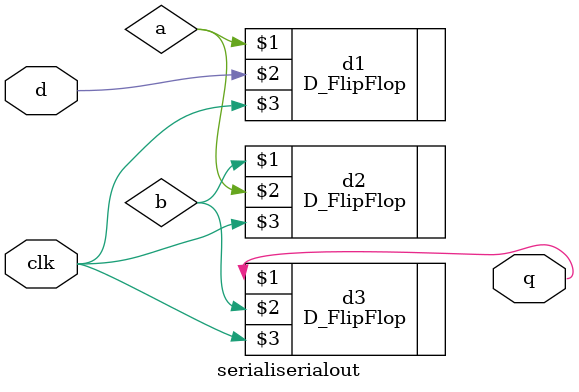
<source format=v>
module serialiserialout(q,d,clk);
output reg q;
input d,clk;
wire a,b;
	D_FlipFlop d1(a, d, clk);
	D_FlipFlop d2(b, a, clk);
	D_FlipFlop d3(q, b, clk);
endmodule

</source>
